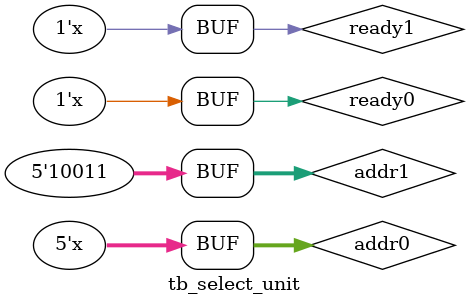
<source format=v>
module tb_select_unit();
    reg ready0, ready1;
    reg [4:0] addr0, addr1;
    wire ready01;
    wire [4:0] addr01;
    select_unit u_select_unit(
    	.ready0  (ready0  ),
        .ready1  (ready1  ),
        .addr0   (addr0   ),
        .addr1   (addr1   ),
        .ready01 (ready01 ),
        .addr01  (addr01  )
    );

    initial begin
        addr0 = 5'b01011;
        addr1 = 5'b10011;
        ready0 = 1'b1;
        ready1 = 1'b1;
    end

    always # 10 begin
        addr0 = addr0 + 1'b1;
    end

    always # 30 begin
        ready1 = ~ready1;
    end

    always # 40 begin
        ready0 = ~ready0;
    end
    
endmodule
</source>
